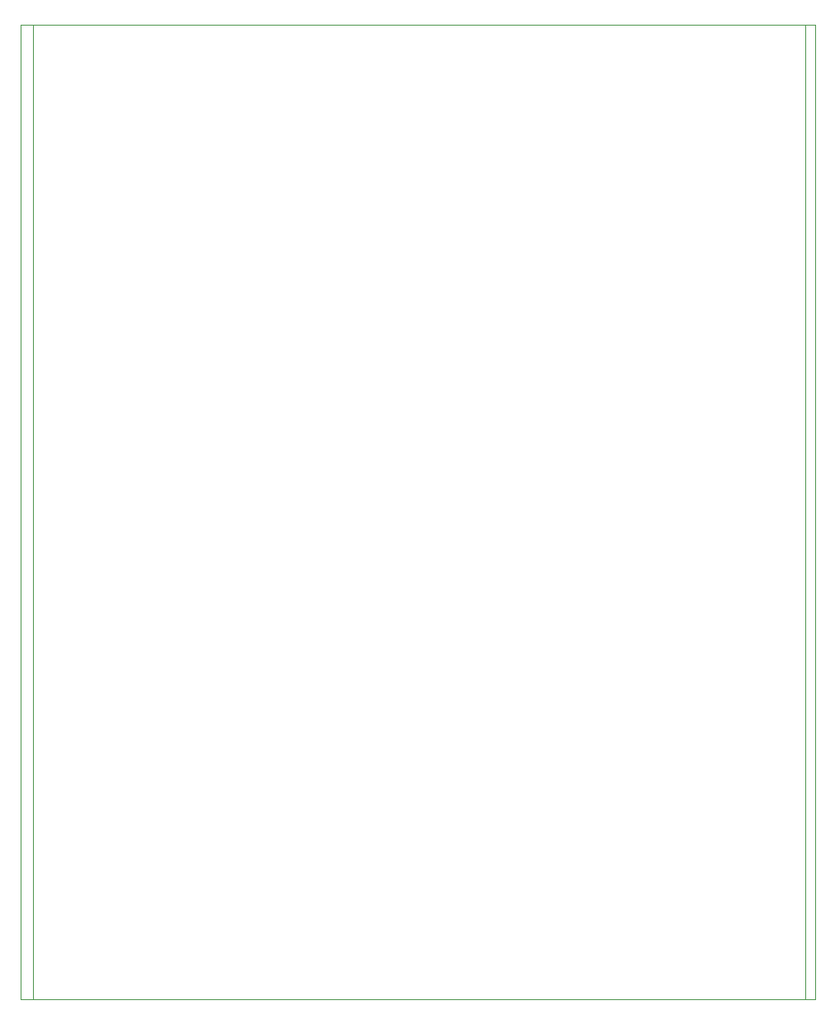
<source format=gbr>
<<<<<<< HEAD
<<<<<<< HEAD
<<<<<<< HEAD
<<<<<<< HEAD
<<<<<<< HEAD
%TF.GenerationSoftware,KiCad,Pcbnew,7.0.5*%
%TF.CreationDate,2023-10-10T13:20:49+09:00*%
%TF.ProjectId,tangnano9k_brushless_driver,74616e67-6e61-46e6-9f39-6b5f62727573,rev?*%
=======
%TF.GenerationSoftware,KiCad,Pcbnew,8.0.0*%
%TF.CreationDate,2024-04-23T01:00:26+09:00*%
%TF.ProjectId,TangPrimer25K_brushless,54616e67-5072-4696-9d65-7232354b5f62,rev?*%
>>>>>>> parent of b09ad77 (0423)
=======
%TF.GenerationSoftware,KiCad,Pcbnew,8.0.0*%
%TF.CreationDate,2024-04-23T01:00:26+09:00*%
%TF.ProjectId,TangPrimer25K_brushless,54616e67-5072-4696-9d65-7232354b5f62,rev?*%
>>>>>>> parent of b09ad77 (0423)
=======
%TF.GenerationSoftware,KiCad,Pcbnew,8.0.0*%
%TF.CreationDate,2024-04-23T01:00:26+09:00*%
%TF.ProjectId,TangPrimer25K_brushless,54616e67-5072-4696-9d65-7232354b5f62,rev?*%
>>>>>>> parent of b09ad77 (0423)
=======
%TF.GenerationSoftware,KiCad,Pcbnew,8.0.0*%
%TF.CreationDate,2024-04-23T01:00:26+09:00*%
%TF.ProjectId,TangPrimer25K_brushless,54616e67-5072-4696-9d65-7232354b5f62,rev?*%
>>>>>>> parent of 736fd3d (Revert "0423")
=======
%TF.GenerationSoftware,KiCad,Pcbnew,8.0.0*%
%TF.CreationDate,2024-04-23T01:00:26+09:00*%
%TF.ProjectId,TangPrimer25K_brushless,54616e67-5072-4696-9d65-7232354b5f62,rev?*%
>>>>>>> parent of 736fd3d (Revert "0423")
%TF.SameCoordinates,Original*%
%TF.FileFunction,Profile,NP*%
%FSLAX46Y46*%
G04 Gerber Fmt 4.6, Leading zero omitted, Abs format (unit mm)*
<<<<<<< HEAD
<<<<<<< HEAD
<<<<<<< HEAD
<<<<<<< HEAD
<<<<<<< HEAD
G04 Created by KiCad (PCBNEW 7.0.5) date 2023-10-10 13:20:49*
=======
G04 Created by KiCad (PCBNEW 8.0.0) date 2024-04-23 01:00:26*
>>>>>>> parent of b09ad77 (0423)
=======
G04 Created by KiCad (PCBNEW 8.0.0) date 2024-04-23 01:00:26*
>>>>>>> parent of b09ad77 (0423)
=======
G04 Created by KiCad (PCBNEW 8.0.0) date 2024-04-23 01:00:26*
>>>>>>> parent of b09ad77 (0423)
=======
G04 Created by KiCad (PCBNEW 8.0.0) date 2024-04-23 01:00:26*
>>>>>>> parent of 736fd3d (Revert "0423")
=======
G04 Created by KiCad (PCBNEW 8.0.0) date 2024-04-23 01:00:26*
>>>>>>> parent of 736fd3d (Revert "0423")
%MOMM*%
%LPD*%
G01*
G04 APERTURE LIST*
%TA.AperFunction,Profile*%
%ADD10C,0.100000*%
%TD*%
G04 APERTURE END LIST*
D10*
<<<<<<< HEAD
<<<<<<< HEAD
<<<<<<< HEAD
<<<<<<< HEAD
<<<<<<< HEAD
X118237000Y-54419500D02*
X199771000Y-54419500D01*
X199771000Y-154368500D01*
X118237000Y-154368500D01*
X118237000Y-54419500D01*
=======
=======
>>>>>>> parent of b09ad77 (0423)
=======
>>>>>>> parent of b09ad77 (0423)
=======
>>>>>>> parent of 736fd3d (Revert "0423")
=======
>>>>>>> parent of 736fd3d (Revert "0423")
X119507000Y-54419500D02*
X198755000Y-54419500D01*
X198755000Y-154368500D01*
X119507000Y-154368500D01*
X119507000Y-54419500D01*
<<<<<<< HEAD
<<<<<<< HEAD
<<<<<<< HEAD
<<<<<<< HEAD
>>>>>>> parent of b09ad77 (0423)
=======
>>>>>>> parent of b09ad77 (0423)
=======
>>>>>>> parent of b09ad77 (0423)
=======
>>>>>>> parent of 736fd3d (Revert "0423")
=======
>>>>>>> parent of 736fd3d (Revert "0423")
M02*

</source>
